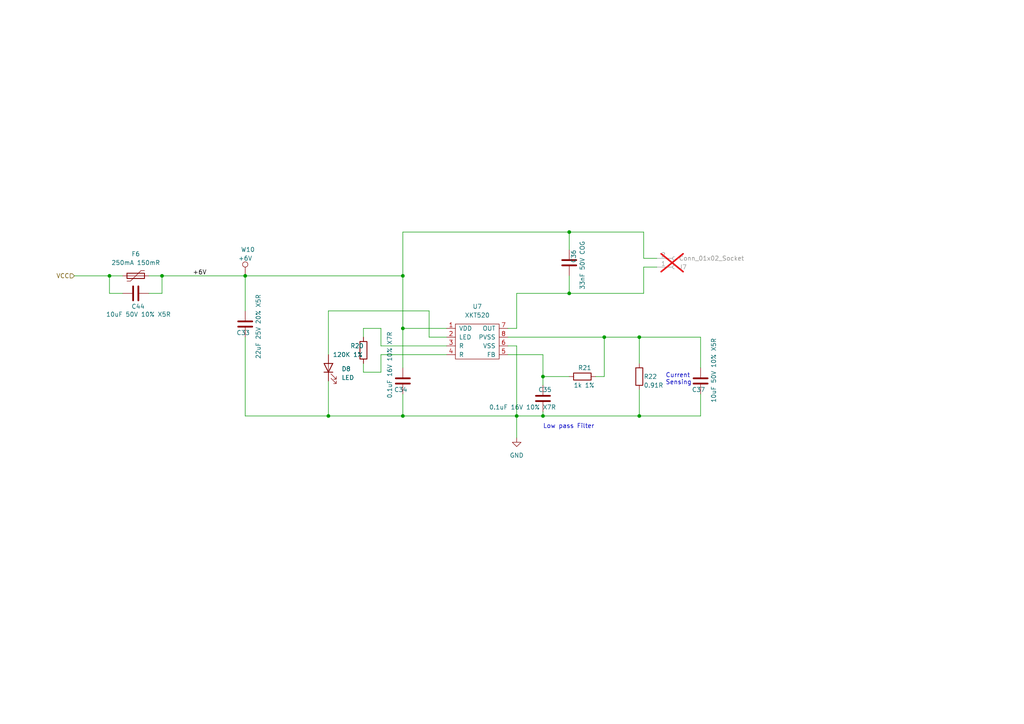
<source format=kicad_sch>
(kicad_sch (version 20250114) (generator "eeschema") (generator_version "9.0")
  (paper "A4")
  (lib_symbols
    (symbol "Connector:Conn_01x02_Socket" (pin_names (offset 1.016) (hide yes))
      (property "Reference" "J" (at 0 2.54 0))
      (property "Value" "Conn_01x02_Socket" (at 0 -5.08 0))
      (symbol "Conn_01x02_Socket_1_1"
        (polyline (pts (xy -1.27 0) (xy -0.508 0)) (stroke (width 0.1524)))
        (polyline (pts (xy -1.27 -2.54) (xy -0.508 -2.54)) (stroke (width 0.1524)))
        (arc (start 0 -0.508) (mid -0.5058 0) (end 0 0.508) (stroke (width 0.1524)))
        (arc (start 0 -3.048) (mid -0.5058 -2.54) (end 0 -2.032) (stroke (width 0.1524)))
        (pin passive line (at -5.08 0 0) (length 3.81) (name "Pin_1") (number "1"))
        (pin passive line (at -5.08 -2.54 0) (length 3.81) (name "Pin_2") (number "2"))
      )
    )
    (symbol "Device:C" (pin_numbers (hide yes)) (pin_names (offset 0.254))
      (property "Reference" "C" (at 0.635 2.54 0))
      (property "Value" "C" (at 0.635 -2.54 0))
      (symbol "C_0_1"
        (polyline (pts (xy -2.032 0.762) (xy 2.032 0.762)) (stroke (width 0.508)))
        (polyline (pts (xy -2.032 -0.762) (xy 2.032 -0.762)) (stroke (width 0.508)))
      )
      (symbol "C_1_1"
        (pin passive line (at 0 3.81 270) (length 2.794) (name "~") (number "1"))
        (pin passive line (at 0 -3.81 90) (length 2.794) (name "~") (number "2"))
      )
    )
    (symbol "Device:LED" (pin_numbers (hide yes)) (pin_names (offset 1.016) (hide yes))
      (property "Reference" "D" (at 0 2.54 0))
      (property "Value" "LED" (at 0 -2.54 0))
      (symbol "LED_0_1"
        (polyline (pts (xy -3.048 -0.762) (xy -4.572 -2.286) (xy -3.81 -2.286) (xy -4.572 -2.286) (xy -4.572 -1.524)))
        (polyline (pts (xy -1.778 -0.762) (xy -3.302 -2.286) (xy -2.54 -2.286) (xy -3.302 -2.286) (xy -3.302 -1.524)))
        (polyline (pts (xy -1.27 0) (xy 1.27 0)))
        (polyline (pts (xy -1.27 -1.27) (xy -1.27 1.27)) (stroke (width 0.254)))
        (polyline (pts (xy 1.27 -1.27) (xy 1.27 1.27) (xy -1.27 0) (xy 1.27 -1.27)) (stroke (width 0.254)))
      )
      (symbol "LED_1_1"
        (pin passive line (at -3.81 0 0) (length 2.54) (name "K") (number "1"))
        (pin passive line (at 3.81 0 180) (length 2.54) (name "A") (number "2"))
      )
    )
    (symbol "Device:Polyfuse" (pin_numbers (hide yes)) (pin_names (offset 0))
      (property "Reference" "F" (at -2.54 0 90))
      (property "Value" "Polyfuse" (at 2.54 0 90))
      (symbol "Polyfuse_0_1"
        (polyline (pts (xy -1.524 2.54) (xy -1.524 1.524) (xy 1.524 -1.524) (xy 1.524 -2.54)))
        (rectangle (start -0.762 2.54) (end 0.762 -2.54) (stroke (width 0.254)))
        (polyline (pts (xy 0 2.54) (xy 0 -2.54)))
      )
      (symbol "Polyfuse_1_1"
        (pin passive line (at 0 3.81 270) (length 1.27) (name "~") (number "1"))
        (pin passive line (at 0 -3.81 90) (length 1.27) (name "~") (number "2"))
      )
    )
    (symbol "Device:R" (pin_numbers (hide yes)) (pin_names (offset 0))
      (property "Reference" "R" (at 2.032 0 90))
      (property "Value" "R" (at 0 0 90))
      (symbol "R_0_1"
        (rectangle (start -1.016 -2.54) (end 1.016 2.54) (stroke (width 0.254)))
      )
      (symbol "R_1_1"
        (pin passive line (at 0 3.81 270) (length 1.27) (name "~") (number "1"))
        (pin passive line (at 0 -3.81 90) (length 1.27) (name "~") (number "2"))
      )
    )
    (symbol "Pixels-dice:TEST_1P-conn" (pin_numbers (hide yes)) (pin_names (offset 0.762) (hide yes))
      (property "Reference" "W" (at 0 6.858 0))
      (property "Value" "TEST_1P-conn" (at 0 5.08 0))
      (symbol "TEST_1P-conn_0_1"
        (circle (center 0 3.302) (radius 0.762))
      )
      (symbol "TEST_1P-conn_1_1"
        (pin passive line (at 0 0 90) (length 2.54) (name "1") (number "1"))
      )
    )
    (symbol "Pixels-dice:XKT520" (pin_names (offset 1.016))
      (property "Reference" "U" (at 0 6.35 0))
      (property "Value" "XKT520" (at 0 -6.35 0))
      (symbol "XKT520_0_1"
        (rectangle (start -6.35 5.08) (end 6.35 -5.08))
      )
      (symbol "XKT520_1_1"
        (pin power_in line (at -8.89 3.81 0) (length 2.54) (name "VDD") (number "1"))
        (pin output line (at -8.89 1.27 0) (length 2.54) (name "LED") (number "2"))
        (pin passive line (at -8.89 -1.27 0) (length 2.54) (name "R") (number "3"))
        (pin passive line (at -8.89 -3.81 0) (length 2.54) (name "R") (number "4"))
        (pin output line (at 8.89 3.81 180) (length 2.54) (name "OUT") (number "7"))
        (pin output line (at 8.89 1.27 180) (length 2.54) (name "PVSS") (number "8"))
        (pin power_in line (at 8.89 -1.27 180) (length 2.54) (name "VSS") (number "6"))
        (pin input line (at 8.89 -3.81 180) (length 2.54) (name "FB") (number "5"))
      )
    )
    (symbol "power:GND" (power) (pin_numbers (hide yes)) (pin_names (offset 0) (hide yes))
      (property "Value" "GND" (at 0 -3.81 0))
      (symbol "GND_0_1"
        (polyline (pts (xy 0 0) (xy 0 -1.27) (xy 1.27 -1.27) (xy 0 -2.54) (xy -1.27 -1.27) (xy 0 -1.27)))
      )
      (symbol "GND_1_1"
        (pin power_in line (at 0 0 270) (length 0) (name "~") (number "1"))
      )
    )
  )
  (text "Current\nSensing" (at 193.04 111.76 0) (effects (font (size 1.27 1.27)) (justify left bottom)))
  (text "Low pass Filter" (at 157.48 124.46 0) (effects (font (size 1.27 1.27)) (justify left bottom)))
  (junction (at 71.12 80.01))
  (junction (at 185.42 120.65))
  (junction (at 116.84 120.65))
  (junction (at 116.84 95.25))
  (junction (at 157.48 120.65))
  (junction (at 157.48 109.22))
  (junction (at 185.42 97.79))
  (junction (at 165.1 67.31))
  (junction (at 46.99 80.01))
  (junction (at 116.84 80.01))
  (junction (at 175.26 97.79))
  (junction (at 31.75 80.01))
  (junction (at 165.1 85.09))
  (junction (at 149.86 120.65))
  (junction (at 95.25 120.65))
  (wire (pts (xy 116.84 67.31) (xy 116.84 80.01)))
  (wire (pts (xy 185.42 97.79) (xy 185.42 105.41)))
  (wire (pts (xy 71.12 80.01) (xy 116.84 80.01)))
  (wire (pts (xy 165.1 85.09) (xy 149.86 85.09)))
  (wire (pts (xy 149.86 95.25) (xy 147.32 95.25)))
  (wire (pts (xy 110.49 100.33) (xy 129.54 100.33)))
  (wire (pts (xy 116.84 95.25) (xy 129.54 95.25)))
  (wire (pts (xy 185.42 120.65) (xy 157.48 120.65)))
  (wire (pts (xy 95.25 110.49) (xy 95.25 120.65)))
  (wire (pts (xy 105.41 95.25) (xy 105.41 97.79)))
  (wire (pts (xy 203.2 114.3) (xy 203.2 120.65)))
  (wire (pts (xy 186.69 85.09) (xy 186.69 77.47)))
  (wire (pts (xy 124.46 97.79) (xy 129.54 97.79)))
  (wire (pts (xy 175.26 109.22) (xy 175.26 97.79)))
  (wire (pts (xy 165.1 67.31) (xy 165.1 72.39)))
  (wire (pts (xy 46.99 85.09) (xy 46.99 80.01)))
  (wire (pts (xy 116.84 67.31) (xy 165.1 67.31)))
  (wire (pts (xy 71.12 80.01) (xy 71.12 90.17)))
  (wire (pts (xy 165.1 67.31) (xy 186.69 67.31)))
  (wire (pts (xy 110.49 95.25) (xy 105.41 95.25)))
  (wire (pts (xy 157.48 109.22) (xy 165.1 109.22)))
  (wire (pts (xy 149.86 100.33) (xy 147.32 100.33)))
  (wire (pts (xy 185.42 113.03) (xy 185.42 120.65)))
  (wire (pts (xy 46.99 80.01) (xy 71.12 80.01)))
  (wire (pts (xy 149.86 100.33) (xy 149.86 120.65)))
  (wire (pts (xy 105.41 107.95) (xy 105.41 105.41)))
  (wire (pts (xy 175.26 97.79) (xy 185.42 97.79)))
  (wire (pts (xy 43.18 85.09) (xy 46.99 85.09)))
  (wire (pts (xy 186.69 74.93) (xy 186.69 67.31)))
  (wire (pts (xy 165.1 85.09) (xy 186.69 85.09)))
  (wire (pts (xy 95.25 120.65) (xy 116.84 120.65)))
  (wire (pts (xy 31.75 85.09) (xy 31.75 80.01)))
  (wire (pts (xy 124.46 97.79) (xy 124.46 90.17)))
  (wire (pts (xy 190.5 74.93) (xy 186.69 74.93)))
  (wire (pts (xy 35.56 85.09) (xy 31.75 85.09)))
  (wire (pts (xy 157.48 119.38) (xy 157.48 120.65)))
  (wire (pts (xy 110.49 107.95) (xy 105.41 107.95)))
  (wire (pts (xy 149.86 120.65) (xy 149.86 127)))
  (wire (pts (xy 147.32 102.87) (xy 157.48 102.87)))
  (wire (pts (xy 31.75 80.01) (xy 35.56 80.01)))
  (wire (pts (xy 157.48 109.22) (xy 157.48 102.87)))
  (wire (pts (xy 110.49 102.87) (xy 129.54 102.87)))
  (wire (pts (xy 116.84 95.25) (xy 116.84 106.68)))
  (wire (pts (xy 203.2 120.65) (xy 185.42 120.65)))
  (wire (pts (xy 43.18 80.01) (xy 46.99 80.01)))
  (wire (pts (xy 172.72 109.22) (xy 175.26 109.22)))
  (wire (pts (xy 165.1 80.01) (xy 165.1 85.09)))
  (wire (pts (xy 149.86 120.65) (xy 157.48 120.65)))
  (wire (pts (xy 95.25 90.17) (xy 95.25 102.87)))
  (wire (pts (xy 71.12 97.79) (xy 71.12 120.65)))
  (wire (pts (xy 110.49 107.95) (xy 110.49 102.87)))
  (wire (pts (xy 110.49 95.25) (xy 110.49 100.33)))
  (wire (pts (xy 149.86 85.09) (xy 149.86 95.25)))
  (wire (pts (xy 186.69 77.47) (xy 190.5 77.47)))
  (wire (pts (xy 116.84 80.01) (xy 116.84 95.25)))
  (wire (pts (xy 95.25 90.17) (xy 124.46 90.17)))
  (wire (pts (xy 157.48 109.22) (xy 157.48 111.76)))
  (wire (pts (xy 185.42 97.79) (xy 203.2 97.79)))
  (wire (pts (xy 21.59 80.01) (xy 31.75 80.01)))
  (wire (pts (xy 147.32 97.79) (xy 175.26 97.79)))
  (wire (pts (xy 116.84 120.65) (xy 149.86 120.65)))
  (wire (pts (xy 71.12 120.65) (xy 95.25 120.65)))
  (wire (pts (xy 203.2 97.79) (xy 203.2 106.68)))
  (wire (pts (xy 116.84 114.3) (xy 116.84 120.65)))
  (label "+6V" (at 55.88 80.01 0))
  (hierarchical_label "VCC" (shape input) (at 21.59 80.01 180))
  (symbol (lib_id "Device:LED") (at 95.25 106.68 90) (unit 1)
    (property "Reference" "D8" (at 99.06 106.9974 90) (effects (justify right)))
    (property "Value" "LED" (at 99.06 109.5374 90) (effects (justify right)))
    (property "Footprint" "LED_SMD:LED_0603_1608Metric" (effects (hide yes)))
    (property "Manufacturer" "Lite-On" (effects (hide yes)))
    (property "Part Number" "LTST-C191KRKT" (effects (hide yes)))
    (property "LCSC Part #" "C125099" (effects (hide yes)))
  )
  (symbol (lib_id "Device:C") (at 39.37 85.09 270) (unit 1)
    (property "Reference" "C44" (at 38.1 88.9 90) (effects (justify left)))
    (property "Value" "10uF 50V 10% X5R" (at 30.734 91.186 90) (effects (justify left)))
    (property "Footprint" "Capacitor_SMD:C_0805_2012Metric" (effects (hide yes)))
    (property "Part Number" "GRM21BR61H106KE43L" (effects (hide yes)))
    (property "Manufacturer" "Murata" (effects (hide yes)))
    (property "LCSC Part #" "C440198" (effects (hide yes)))
  )
  (symbol (lib_id "Device:R") (at 105.41 101.6 180) (unit 1)
    (property "Reference" "R20" (at 101.6 100.33 0) (effects (justify right)))
    (property "Value" "120K 1%" (at 96.52 102.87 0) (effects (justify right)))
    (property "Footprint" "Resistor_SMD:R_0402_1005Metric" (effects (hide yes)))
    (property "Part Number" "0402WGF1203TCE" (effects (hide yes)))
    (property "Manufacturer" "UNI-ROYAL(Uniroyal Elec)" (effects (hide yes)))
    (property "LCSC Part #" "C25750" (effects (hide yes)))
  )
  (symbol (lib_id "Device:C") (at 157.48 115.57 180) (unit 1)
    (property "Reference" "C35" (at 160.02 113.03 0) (effects (justify left)))
    (property "Value" "0.1uF 16V 10% X7R" (at 161.29 118.11 0) (effects (justify left)))
    (property "Footprint" "Capacitor_SMD:C_0603_1608Metric" (effects (hide yes)))
    (property "Part Number" "CL10B104KO8NNNC" (effects (hide yes)))
    (property "Manufacturer" "Samsung Electro-Mechanics" (effects (hide yes)))
    (property "LCSC Part #" "C66501" (effects (hide yes)))
  )
  (symbol (lib_id "Device:C") (at 71.12 93.98 0) (unit 1)
    (property "Reference" "C33" (at 68.58 96.52 0) (effects (justify left)))
    (property "Value" "22uF 25V 20% X5R" (at 74.93 104.14 90) (effects (justify left)))
    (property "Footprint" "Capacitor_SMD:C_0805_2012Metric" (effects (hide yes)))
    (property "Part Number" "GRM21BR61E226ME44L" (effects (hide yes)))
    (property "Manufacturer" "Murata" (effects (hide yes)))
    (property "LCSC Part #" "C86816" (effects (hide yes)))
  )
  (symbol (lib_id "Device:C") (at 203.2 110.49 0) (unit 1)
    (property "Reference" "C37" (at 200.66 113.03 0) (effects (justify left)))
    (property "Value" "10uF 50V 10% X5R" (at 207.01 116.84 90) (effects (justify left)))
    (property "Footprint" "Capacitor_SMD:C_0805_2012Metric" (effects (hide yes)))
    (property "Part Number" "GRM21BR61H106KE43L" (effects (hide yes)))
    (property "Manufacturer" "Murata" (effects (hide yes)))
    (property "LCSC Part #" "C440198" (effects (hide yes)))
  )
  (symbol (lib_id "Device:C") (at 116.84 110.49 0) (unit 1)
    (property "Reference" "C34" (at 114.3 113.03 0) (effects (justify left)))
    (property "Value" "0.1uF 16V 10% X7R" (at 113.03 115.57 90) (effects (justify left)))
    (property "Footprint" "Capacitor_SMD:C_0603_1608Metric" (effects (hide yes)))
    (property "Part Number" "CL10B104KO8NNNC" (effects (hide yes)))
    (property "Manufacturer" "Samsung Electro-Mechanics" (effects (hide yes)))
    (property "LCSC Part #" "C66501" (effects (hide yes)))
  )
  (symbol (lib_id "Device:R") (at 168.91 109.22 90) (unit 1)
    (property "Reference" "R21" (at 167.64 106.68 90) (effects (justify right)))
    (property "Value" "1k 1%" (at 166.37 111.76 90) (effects (justify right)))
    (property "Footprint" "Resistor_SMD:R_0402_1005Metric" (effects (hide yes)))
    (property "Part Number" "0402WGF1001TCE" (effects (hide yes)))
    (property "Manufacturer" "UNI-ROYAL(Uniroyal Elec)" (effects (hide yes)))
    (property "LCSC Part #" "C11702" (effects (hide yes)))
  )
  (symbol (lib_id "power:GND") (at 149.86 127 0) (unit 1)
    (property "Reference" "#PWR010" (effects (hide yes)))
    (property "Value" "GND" (at 149.86 132.08 0))
    (property "Description" "Power symbol creates a global label with name \"GND\" , ground" (effects (hide yes)))
  )
  (symbol (lib_id "Pixels-dice:XKT520") (at 138.43 99.06 0) (unit 1)
    (property "Reference" "U7" (at 138.43 88.9 0))
    (property "Value" "XKT520" (at 138.43 91.44 0))
    (property "Footprint" "Pixels-dice:SOIC-8_3.9x4.9mm_P1.27mm" (effects (hide yes)))
  )
  (symbol (lib_id "Device:R") (at 185.42 109.22 180) (unit 1)
    (property "Reference" "R22" (at 186.69 109.22 0) (effects (justify right)))
    (property "Value" "0.91R" (at 186.69 111.76 0) (effects (justify right)))
    (property "Footprint" "Resistor_SMD:R_1206_3216Metric" (effects (hide yes)))
    (property "Part Number" "RL1206FR-7W0R91L" (effects (hide yes)))
    (property "Manufacturer" "YAGEO" (effects (hide yes)))
    (property "LCSC Part #" "C136987" (effects (hide yes)))
  )
  (symbol (lib_id "Connector:Conn_01x02_Socket") (at 195.58 77.47 0) (mirror x) (unit 1) (dnp yes)
    (property "Reference" "J7" (at 196.85 77.4701 0) (effects (justify left)))
    (property "Value" "Conn_01x02_Socket" (at 196.85 74.9301 0) (effects (justify left)))
    (property "Footprint" "Pixels-dice:COIL_210_10T_055_020" (effects (hide yes)))
    (property "Description" "Generic connector, single row, 01x02, script generated" (effects (hide yes)))
  )
  (symbol (lib_id "Device:C") (at 165.1 76.2 0) (mirror x) (unit 1)
    (property "Reference" "C36" (at 166.37 72.39 90) (effects (justify left)))
    (property "Value" "33nF 50V COG" (at 168.91 69.85 90) (effects (justify left)))
    (property "Footprint" "Capacitor_SMD:C_1206_3216Metric" (effects (hide yes)))
    (property "Part Number" "GRM3195C1H333JA01D" (effects (hide yes)))
    (property "Manufacturer" "Murata" (effects (hide yes)))
    (property "LCSC Part #" "C97930" (effects (hide yes)))
  )
  (symbol (lib_id "Pixels-dice:TEST_1P-conn") (at 71.12 80.01 0) (unit 1)
    (property "Reference" "W10" (at 69.85 72.39 0) (effects (justify left)))
    (property "Value" "+6V" (at 69.088 74.93 0) (effects (justify left)))
    (property "Footprint" "Pixels-dice:TestPoint_1.5x1.5_Drill0.9mm" (effects (hide yes)))
  )
  (symbol (lib_id "Device:Polyfuse") (at 39.37 80.01 90) (unit 1)
    (property "Reference" "F6" (at 39.37 73.66 90))
    (property "Value" "250mA 150mR" (at 39.37 76.2 90))
    (property "Footprint" "Fuse:Fuse_1206_3216Metric" (effects (hide yes)))
    (property "Manufacturer" "BHFUSE" (effects (hide yes)))
    (property "Part Number" "BSMD1206-025-33V" (effects (hide yes)))
    (property "LCSC Part #" "C2977524" (effects (hide yes)))
  )
)
</source>
